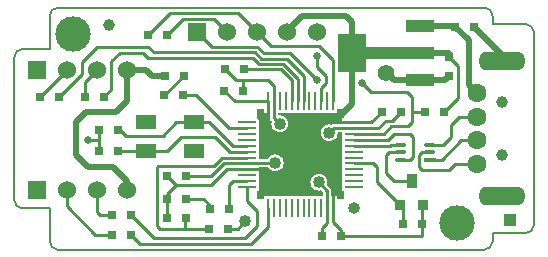
<source format=gtl>
%FSLAX25Y25*%
%MOIN*%
G70*
G01*
G75*
G04 Layer_Physical_Order=1*
G04 Layer_Color=255*
%ADD10R,0.03937X0.03937*%
%ADD11C,0.03937*%
%ADD12R,0.03150X0.03150*%
%ADD13R,0.03150X0.03150*%
%ADD14R,0.00984X0.06299*%
%ADD15R,0.06299X0.00984*%
%ADD16O,0.06299X0.00984*%
%ADD17O,0.03937X0.03937*%
%ADD18R,0.07087X0.04724*%
%ADD19O,0.04000X0.01200*%
%ADD20R,0.04000X0.01200*%
%ADD21R,0.03600X0.03600*%
%ADD22R,0.03600X0.05000*%
%ADD23R,0.09449X0.03937*%
%ADD24R,0.09449X0.12992*%
%ADD25C,0.01000*%
%ADD26C,0.02000*%
%ADD27C,0.04000*%
%ADD28C,0.00787*%
%ADD29C,0.06299*%
%ADD30C,0.03937*%
%ADD31O,0.15748X0.06299*%
%ADD32C,0.06000*%
%ADD33R,0.06000X0.06000*%
%ADD34C,0.11811*%
%ADD35C,0.05512*%
%ADD36C,0.02500*%
%ADD37C,0.04000*%
G36*
X85126Y45483D02*
X85269D01*
Y43905D01*
X85370Y43398D01*
X85657Y42968D01*
X85808Y42818D01*
X85772Y42731D01*
X85676Y42000D01*
X85772Y41269D01*
X86054Y40588D01*
X86503Y40003D01*
X87088Y39554D01*
X87769Y39272D01*
X88500Y39176D01*
X89231Y39272D01*
X89912Y39554D01*
X90497Y40003D01*
X90946Y40588D01*
X91228Y41269D01*
X91324Y42000D01*
X91228Y42731D01*
X90946Y43412D01*
X90497Y43997D01*
X89912Y44446D01*
X89231Y44728D01*
X88500Y44824D01*
X88296Y44797D01*
X87920Y45127D01*
Y45483D01*
X107572D01*
Y47000D01*
X110000D01*
Y43835D01*
X109220D01*
Y43043D01*
X113170D01*
Y42043D01*
X109220D01*
Y41900D01*
X106575D01*
X106068Y41799D01*
X105873Y41669D01*
X105731Y41728D01*
X105000Y41824D01*
X104269Y41728D01*
X103588Y41446D01*
X103003Y40997D01*
X102554Y40412D01*
X102272Y39731D01*
X102176Y39000D01*
X102272Y38269D01*
X102554Y37588D01*
X103003Y37003D01*
X103588Y36554D01*
X104269Y36272D01*
X105000Y36176D01*
X105731Y36272D01*
X106412Y36554D01*
X106997Y37003D01*
X107446Y37588D01*
X107728Y38269D01*
X107824Y39000D01*
X108043Y39249D01*
X109220D01*
Y37314D01*
Y35346D01*
Y33377D01*
Y31409D01*
Y29440D01*
Y27472D01*
Y25503D01*
Y23535D01*
Y21566D01*
Y19598D01*
X110000D01*
Y17000D01*
X107572D01*
Y17950D01*
X106780D01*
Y13999D01*
X105780D01*
Y17950D01*
X105637D01*
Y19689D01*
X105536Y20196D01*
X105248Y20626D01*
X104192Y21682D01*
X104228Y21769D01*
X104324Y22500D01*
X104228Y23231D01*
X103946Y23912D01*
X103497Y24497D01*
X102912Y24946D01*
X102231Y25228D01*
X101500Y25324D01*
X100769Y25228D01*
X100088Y24946D01*
X99503Y24497D01*
X99054Y23912D01*
X98772Y23231D01*
X98676Y22500D01*
X98772Y21769D01*
X99054Y21088D01*
X99503Y20503D01*
X100088Y20054D01*
X100769Y19772D01*
X101500Y19676D01*
X102231Y19772D01*
X102318Y19808D01*
X102986Y19140D01*
Y17950D01*
X83334D01*
Y17000D01*
X81000D01*
Y19598D01*
X81686D01*
Y21566D01*
Y23535D01*
Y25503D01*
Y26295D01*
X77735D01*
Y27295D01*
X81686D01*
Y27438D01*
X84669D01*
X85003Y27003D01*
X85588Y26554D01*
X86269Y26272D01*
X87000Y26176D01*
X87731Y26272D01*
X88412Y26554D01*
X88997Y27003D01*
X89446Y27588D01*
X89728Y28269D01*
X89824Y29000D01*
X89728Y29731D01*
X89446Y30412D01*
X88997Y30997D01*
X88412Y31446D01*
X87731Y31728D01*
X87000Y31824D01*
X86269Y31728D01*
X85588Y31446D01*
X85003Y30997D01*
X84554Y30412D01*
X84421Y30089D01*
X81686D01*
Y31409D01*
Y33377D01*
Y35346D01*
Y37314D01*
Y39283D01*
Y41867D01*
X81686Y41867D01*
X81686D01*
X81601Y42025D01*
X81611Y42039D01*
X81711Y42543D01*
X81611Y43047D01*
X81325Y43475D01*
X81000Y43692D01*
Y46500D01*
Y47000D01*
X83334D01*
Y45483D01*
X84126D01*
Y49434D01*
X85126D01*
Y45483D01*
D02*
G37*
D10*
X165354Y9843D02*
D03*
D11*
X31496Y74803D02*
D03*
D12*
X51000Y24500D02*
D03*
X57299D02*
D03*
X109000Y4500D02*
D03*
X102701D02*
D03*
X122701Y46000D02*
D03*
X129000D02*
D03*
X147047Y74311D02*
D03*
X153347D02*
D03*
X135799Y8500D02*
D03*
X129500D02*
D03*
X29799Y51000D02*
D03*
X23500D02*
D03*
X15000D02*
D03*
X8701D02*
D03*
X39000Y11500D02*
D03*
X32701D02*
D03*
X39000Y5000D02*
D03*
X32701D02*
D03*
X137000Y46000D02*
D03*
X143299D02*
D03*
X50201Y58000D02*
D03*
X56500D02*
D03*
X56299Y51500D02*
D03*
X50000D02*
D03*
X76299Y53000D02*
D03*
X70000D02*
D03*
X51000Y17000D02*
D03*
X57299D02*
D03*
X71500Y13500D02*
D03*
X65201D02*
D03*
X44500Y71500D02*
D03*
X50799D02*
D03*
X28201Y33000D02*
D03*
X34500D02*
D03*
X28201Y40000D02*
D03*
X34500D02*
D03*
X70201Y60098D02*
D03*
X76500D02*
D03*
X57299Y10500D02*
D03*
X51000D02*
D03*
X71299Y7000D02*
D03*
X65000D02*
D03*
D13*
X145000Y58000D02*
D03*
Y64299D02*
D03*
D14*
X84626Y49433D02*
D03*
X86594D02*
D03*
X88563D02*
D03*
X90531D02*
D03*
X92500D02*
D03*
X94468D02*
D03*
X96437D02*
D03*
X98405D02*
D03*
X100374D02*
D03*
X102342D02*
D03*
X104311D02*
D03*
X106280D02*
D03*
Y14000D02*
D03*
X104311D02*
D03*
X102342D02*
D03*
X100374D02*
D03*
X98405D02*
D03*
X96437D02*
D03*
X94468D02*
D03*
X92500D02*
D03*
X90531D02*
D03*
X88563D02*
D03*
X86594D02*
D03*
X84626D02*
D03*
D15*
X113169Y42543D02*
D03*
Y40575D02*
D03*
Y38606D02*
D03*
Y36638D02*
D03*
Y34669D02*
D03*
Y32701D02*
D03*
Y30732D02*
D03*
Y28764D02*
D03*
Y26795D02*
D03*
Y24827D02*
D03*
Y22858D02*
D03*
Y20890D02*
D03*
X77736D02*
D03*
Y22858D02*
D03*
Y24827D02*
D03*
Y26795D02*
D03*
Y28764D02*
D03*
Y30732D02*
D03*
Y32701D02*
D03*
Y34669D02*
D03*
Y36638D02*
D03*
Y38606D02*
D03*
Y40575D02*
D03*
D16*
Y42543D02*
D03*
D17*
X113169Y14000D02*
D03*
D18*
X60000Y33051D02*
D03*
X43979D02*
D03*
Y42500D02*
D03*
X60000D02*
D03*
D19*
X129000Y35000D02*
D03*
Y32500D02*
D03*
Y30000D02*
D03*
X138500Y35000D02*
D03*
Y32500D02*
D03*
D20*
Y30000D02*
D03*
D21*
X128700Y15000D02*
D03*
X136200D02*
D03*
D22*
X132500Y23000D02*
D03*
D23*
X135335Y56445D02*
D03*
Y65500D02*
D03*
Y74555D02*
D03*
D24*
X112500Y65500D02*
D03*
D25*
X51800Y78800D02*
X74700D01*
X44500Y71500D02*
X51800Y78800D01*
X56299Y77000D02*
X66500D01*
X50799Y71500D02*
X56299Y77000D01*
X119000Y52500D02*
X131000D01*
X116000Y55500D02*
X119000Y52500D01*
X136000Y4500D02*
Y14800D01*
X148000Y50701D02*
Y61299D01*
X143299Y46000D02*
X148000Y50701D01*
X119043Y42543D02*
X122500Y46000D01*
X113169Y42543D02*
X119043D01*
X123849Y43050D02*
X126050D01*
X129000Y46000D01*
X121374Y40575D02*
X123849Y43050D01*
X132500Y46000D02*
X137000D01*
X132500D02*
Y51000D01*
Y42500D02*
Y46000D01*
X125750Y41250D02*
X131250D01*
X132500Y42500D01*
X123106Y38606D02*
X125750Y41250D01*
X92500Y49433D02*
Y56454D01*
X76500Y60098D02*
X88856D01*
X92500Y56454D01*
X81602Y61898D02*
X89602D01*
X94468Y49433D02*
Y57032D01*
X89602Y61898D02*
X94468Y57032D01*
X82347Y63698D02*
X90802D01*
X96437Y49433D02*
Y58063D01*
X90802Y63698D02*
X96437Y58063D01*
X46450Y65800D02*
X80246D01*
X44750Y67500D02*
X46450Y65800D01*
X27500Y67500D02*
X44750D01*
X44700Y64000D02*
X79500D01*
X43000Y65700D02*
X44700Y64000D01*
X35200Y65700D02*
X43000D01*
X76000Y56500D02*
X76299Y56201D01*
X76000Y56500D02*
X84500D01*
X73799D02*
X76000D01*
X76299Y53000D02*
Y56201D01*
X86594Y49433D02*
Y54405D01*
X70201Y60098D02*
X73799Y56500D01*
X84500D02*
X86594Y54405D01*
X80246Y65800D02*
X82347Y63698D01*
X79500Y64000D02*
X81602Y61898D01*
X92000Y65500D02*
X101000Y56500D01*
X83091Y65500D02*
X92000D01*
X80991Y67600D02*
X83091Y65500D01*
X101000Y60979D02*
X104000Y57980D01*
Y55500D02*
Y57980D01*
X102342Y53843D02*
X104000Y55500D01*
X101000Y60979D02*
Y64500D01*
X79000Y2000D02*
X84626Y7626D01*
X42000Y2000D02*
X79000D01*
X39000Y5000D02*
X42000Y2000D01*
X77000Y4000D02*
X81000Y8000D01*
X46500Y4000D02*
X77000D01*
X39000Y11500D02*
X46500Y4000D01*
X73567Y49433D02*
X84626D01*
X70000Y53000D02*
X73567Y49433D01*
X50000Y51500D02*
X56500Y58000D01*
X60500Y51500D02*
X71425Y40575D01*
X56299Y51500D02*
X60500D01*
X24500Y36500D02*
X28201D01*
Y40000D01*
Y33000D02*
Y36500D01*
X29799Y51000D02*
X32299Y53500D01*
Y62799D01*
X35200Y65700D01*
X22500Y62500D02*
X27500Y67500D01*
X22500Y58500D02*
Y62500D01*
X15000Y51000D02*
X22500Y58500D01*
X145000Y64299D02*
X148000Y61299D01*
X34106Y41000D02*
X37106Y38000D01*
X49500D01*
X34551Y33051D02*
X43979D01*
X34500Y33000D02*
X34551Y33051D01*
X17500Y59799D02*
Y60000D01*
X8701Y51000D02*
X17500Y59799D01*
X23500Y56000D02*
X27500Y60000D01*
X23500Y51000D02*
Y56000D01*
X71425Y40575D02*
X77736D01*
X74500Y7000D02*
X77000Y9500D01*
X71299Y7000D02*
X74500D01*
X77736Y16264D02*
X81000Y13000D01*
X77736Y16264D02*
Y20890D01*
X81000Y8000D02*
Y13000D01*
X17500Y14500D02*
Y20000D01*
Y14500D02*
X27000Y5000D01*
X32701D01*
X27500Y12500D02*
Y20000D01*
Y12500D02*
X28500Y11500D01*
X32701D01*
X84626Y7626D02*
Y14000D01*
X57000Y7000D02*
Y10201D01*
Y7000D02*
X65000D01*
X48500D02*
X57000D01*
Y10201D02*
X57299Y10500D01*
X48000Y28000D02*
X66500D01*
X47500Y8000D02*
Y27500D01*
Y8000D02*
X48500Y7000D01*
X47500Y27500D02*
X48000Y28000D01*
X51000Y18500D02*
X54000Y21500D01*
X51000Y17000D02*
Y18500D01*
Y10500D02*
Y17000D01*
X57299D02*
X63000D01*
X65201Y14799D01*
Y13500D02*
Y14799D01*
X71500Y13500D02*
Y21500D01*
X72858Y22858D01*
X77736D01*
X70795Y26795D02*
X77736D01*
X65500Y21500D02*
X70795Y26795D01*
X54000Y21500D02*
X65500D01*
X51000Y24500D02*
X54000Y21500D01*
X69809Y28764D02*
X77736D01*
X65546Y24500D02*
X69809Y28764D01*
X57299Y24500D02*
X65546D01*
X66500Y28000D02*
X69232Y30732D01*
X77736D01*
X121000Y22700D02*
X128700Y15000D01*
X119736Y28764D02*
X121000Y27500D01*
Y22700D02*
Y27500D01*
X128700Y15000D02*
X129500Y14200D01*
X113169Y28764D02*
X119736D01*
X129500Y8500D02*
Y14200D01*
X136000Y14800D02*
X136200Y15000D01*
X109000Y4500D02*
X136000D01*
X125000Y32500D02*
X129000D01*
X124000Y31500D02*
X125000Y32500D01*
X124000Y25500D02*
Y31500D01*
Y25500D02*
X126500Y23000D01*
X132500D01*
X147043Y28543D02*
X154331D01*
X145000Y26500D02*
X147043Y28543D01*
X136000Y26500D02*
X145000D01*
X134800Y27700D02*
X136000Y26500D01*
X134800Y27700D02*
Y31500D01*
X135800Y32500D01*
X132000Y38500D02*
X133000Y37500D01*
Y31000D02*
Y37500D01*
X132000Y30000D02*
X133000Y31000D01*
X129000Y30000D02*
X132000D01*
X135800Y32500D02*
X138500D01*
X143000Y35000D02*
X145500Y37500D01*
X138500Y35000D02*
X143000D01*
X145500Y37500D02*
Y41500D01*
X148291Y44291D01*
X154331D01*
X149002Y36417D02*
X154331D01*
X142585Y30000D02*
X149002Y36417D01*
X138500Y30000D02*
X142585D01*
X113169Y34669D02*
X125215D01*
X125546Y35000D01*
X129000D01*
X126500Y38500D02*
X132000D01*
X124638Y36638D02*
X126500Y38500D01*
X113169Y36638D02*
X124638D01*
X113169Y38606D02*
X123106D01*
X131000Y52500D02*
X132500Y51000D01*
X113169Y40575D02*
X121374D01*
X102342Y49433D02*
Y53843D01*
X101500Y68000D02*
X106280Y63221D01*
X85500Y68000D02*
X101500D01*
X81000Y72500D02*
X85500Y68000D01*
X106280Y49433D02*
Y63221D01*
X65900Y67600D02*
X80991D01*
X61000Y72500D02*
X65900Y67600D01*
X74700Y78800D02*
X81000Y72500D01*
X66500Y77000D02*
X71000Y72500D01*
X107500Y43500D02*
X108457Y42543D01*
X113169D01*
X70201Y60098D02*
Y61000D01*
X72831Y34669D02*
X77736D01*
X65000Y42500D02*
X72831Y34669D01*
X60000Y42500D02*
X65000D01*
X54000D02*
X60000D01*
X49500Y38000D02*
X54000Y42500D01*
X43979Y33051D02*
X51051D01*
X55500Y37500D01*
X67000D01*
X71799Y32701D01*
X77736D01*
X109000Y4500D02*
Y6500D01*
X106280Y9221D02*
X109000Y6500D01*
X106280Y9221D02*
Y14000D01*
X102701Y4500D02*
Y7201D01*
X104311Y8811D01*
Y14000D01*
X97000Y28000D02*
Y33500D01*
X93000Y24000D02*
X97000Y28000D01*
X86000Y24000D02*
X93000D01*
X83205Y26795D02*
X86000Y24000D01*
X77736Y26795D02*
X83205D01*
X84626Y37374D02*
Y49433D01*
Y37374D02*
X88500Y33500D01*
X97000D01*
X106280Y24220D01*
Y14000D02*
Y24220D01*
X101500Y22500D02*
X104311Y19689D01*
Y14000D02*
Y19689D01*
X86764Y28764D02*
X87000Y29000D01*
X77736Y28764D02*
X86764D01*
X86594Y43905D02*
X88500Y42000D01*
X86594Y43905D02*
Y49433D01*
X105000Y39000D02*
X106575Y40575D01*
X113169D01*
D26*
X124016Y59055D02*
X126626Y56445D01*
X135335D01*
Y65500D02*
X145000D01*
X37500Y60000D02*
X44000D01*
X46000Y58000D01*
X50201D01*
X24000Y46000D02*
X34000D01*
X20500Y31500D02*
X24500Y27500D01*
X34000Y46000D02*
X37500Y49500D01*
X20500Y42500D02*
X24000Y46000D01*
X20500Y31500D02*
Y42500D01*
X37500Y49500D02*
Y60000D01*
X24500Y27500D02*
X33000D01*
X37500Y23000D01*
Y20000D02*
Y23000D01*
X96000Y78000D02*
X110500D01*
X91000Y73000D02*
X96000Y78000D01*
X97000Y38000D02*
X102500Y43500D01*
X107500D01*
X97000Y33500D02*
Y38000D01*
X107500Y43500D02*
X112500Y48500D01*
Y65500D01*
X162598Y62795D02*
Y65059D01*
X153347Y74311D02*
X162598Y65059D01*
X151500Y54996D02*
X154331Y52165D01*
X151500Y54996D02*
Y69858D01*
X147047Y74311D02*
X151500Y69858D01*
X146803Y74555D02*
X147047Y74311D01*
X135335Y74555D02*
X146803D01*
X143445Y56445D02*
X145000Y58000D01*
X135335Y56445D02*
X143445D01*
X112500Y65500D02*
Y76000D01*
X110500Y78000D02*
X112500Y76000D01*
X91000Y72500D02*
Y73000D01*
D27*
X112500Y65500D02*
X135335D01*
D28*
X156693Y0D02*
G03*
X159449Y2756I0J2756D01*
G01*
X170472Y5512D02*
G03*
X173228Y8268I0J2756D01*
G01*
X159449Y77953D02*
G03*
X156693Y80709I-2756J0D01*
G01*
X173228Y72441D02*
G03*
X170472Y75197I-2756J0D01*
G01*
X11811Y2756D02*
G03*
X14567Y0I2756J0D01*
G01*
X0Y16535D02*
G03*
X2756Y13780I2756J0D01*
G01*
X14567Y80709D02*
G03*
X11811Y77953I0J-2756D01*
G01*
X2756Y66929D02*
G03*
X0Y64173I0J-2756D01*
G01*
X14567Y80709D02*
X156693D01*
X159449Y75197D02*
Y77953D01*
X173228Y8268D02*
Y72441D01*
X159449Y75197D02*
X170472D01*
X159449Y5512D02*
X170472D01*
X159449Y2756D02*
Y5512D01*
X14567Y0D02*
X156693D01*
X11811Y66929D02*
Y77953D01*
X2756Y66929D02*
X11811D01*
X0Y16535D02*
Y64173D01*
X2756Y13780D02*
X11811D01*
Y2756D02*
Y13780D01*
D29*
X154331Y52165D02*
D03*
Y44291D02*
D03*
Y36417D02*
D03*
Y28543D02*
D03*
D30*
X162598Y49213D02*
D03*
Y31496D02*
D03*
D31*
Y62795D02*
D03*
Y17913D02*
D03*
D32*
X91000Y72500D02*
D03*
X81000D02*
D03*
X71000D02*
D03*
X101000D02*
D03*
X17500Y20000D02*
D03*
X27500D02*
D03*
X37500D02*
D03*
X17500Y60000D02*
D03*
X27500D02*
D03*
X37500D02*
D03*
D33*
X61000Y72500D02*
D03*
X7500Y20000D02*
D03*
Y60000D02*
D03*
D34*
X147638Y8858D02*
D03*
X19685Y71850D02*
D03*
D35*
X124016Y59055D02*
D03*
D36*
X24500Y36500D02*
D03*
X116000Y55500D02*
D03*
X101000Y56500D02*
D03*
Y64500D02*
D03*
D37*
X77000Y9500D02*
D03*
X101500Y22500D02*
D03*
X87000Y29000D02*
D03*
X88500Y42000D02*
D03*
X105000Y39000D02*
D03*
M02*

</source>
